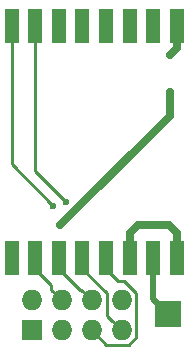
<source format=gbr>
G04 #@! TF.FileFunction,Copper,L2,Bot,Signal*
%FSLAX46Y46*%
G04 Gerber Fmt 4.6, Leading zero omitted, Abs format (unit mm)*
G04 Created by KiCad (PCBNEW 4.0.1-3.201512221401+6198~38~ubuntu15.10.1-stable) date søn 17 jan 2016 22:05:35 CET*
%MOMM*%
G01*
G04 APERTURE LIST*
%ADD10C,0.100000*%
%ADD11R,1.727200X1.727200*%
%ADD12O,1.727200X1.727200*%
%ADD13R,1.200000X3.000000*%
%ADD14R,2.235200X2.235200*%
%ADD15C,0.600000*%
%ADD16C,0.254000*%
%ADD17C,0.635000*%
%ADD18C,0.508000*%
G04 APERTURE END LIST*
D10*
D11*
X146558000Y-99060000D03*
D12*
X146558000Y-96520000D03*
X149098000Y-99060000D03*
X149098000Y-96520000D03*
X151638000Y-99060000D03*
X151638000Y-96520000D03*
X154178000Y-99060000D03*
X154178000Y-96520000D03*
D13*
X144857200Y-73264000D03*
X146857200Y-73264000D03*
X148857200Y-73264000D03*
X150857200Y-73264000D03*
X152857200Y-73264000D03*
X154857200Y-73264000D03*
X156857200Y-73264000D03*
X158857200Y-73264000D03*
X158857200Y-92964000D03*
X156857200Y-92964000D03*
X154857200Y-92964000D03*
X152857200Y-92964000D03*
X150857200Y-92964000D03*
X148857200Y-92964000D03*
X146857200Y-92964000D03*
X144857200Y-92964000D03*
D14*
X158089600Y-97637600D03*
D15*
X148386800Y-88493600D03*
X158242000Y-78892400D03*
X148996400Y-90119200D03*
X158242000Y-75742800D03*
X156921200Y-90119200D03*
X149453600Y-88188800D03*
D16*
X148386800Y-88493600D02*
X144857200Y-84964000D01*
X144857200Y-84964000D02*
X144857200Y-73264000D01*
D17*
X148996400Y-90119200D02*
X158242000Y-80873600D01*
X158242000Y-80873600D02*
X158242000Y-78892400D01*
X158857200Y-73264000D02*
X158857200Y-75127600D01*
X158857200Y-75127600D02*
X158242000Y-75742800D01*
X154857200Y-92964000D02*
X154857200Y-90829000D01*
X154857200Y-90829000D02*
X155567000Y-90119200D01*
X155567000Y-90119200D02*
X156496936Y-90119200D01*
X156496936Y-90119200D02*
X156921200Y-90119200D01*
X158147400Y-90119200D02*
X156921200Y-90119200D01*
X158857200Y-92964000D02*
X158857200Y-90829000D01*
X158857200Y-90829000D02*
X158147400Y-90119200D01*
D18*
X156857200Y-92964000D02*
X156857200Y-96405200D01*
X156857200Y-96405200D02*
X158089600Y-97637600D01*
D16*
X151638000Y-99060000D02*
X152882601Y-100304601D01*
X154345011Y-94845001D02*
X153838201Y-94845001D01*
X152882601Y-100304601D02*
X154775409Y-100304601D01*
X154775409Y-100304601D02*
X155422601Y-99657409D01*
X155422601Y-99657409D02*
X155422601Y-95922591D01*
X155422601Y-95922591D02*
X154345011Y-94845001D01*
X153838201Y-94845001D02*
X152857200Y-93864000D01*
X152857200Y-93864000D02*
X152857200Y-92964000D01*
X150857200Y-92964000D02*
X150857200Y-93864000D01*
X150857200Y-93864000D02*
X152933399Y-95940199D01*
X152933399Y-95940199D02*
X152933399Y-97815399D01*
X152933399Y-97815399D02*
X153314401Y-98196401D01*
X153314401Y-98196401D02*
X154178000Y-99060000D01*
X151638000Y-96520000D02*
X150774401Y-95656401D01*
X150774401Y-95656401D02*
X150649601Y-95656401D01*
X150649601Y-95656401D02*
X148857200Y-93864000D01*
X148857200Y-93864000D02*
X148857200Y-92964000D01*
X146857200Y-73264000D02*
X146857200Y-85592400D01*
X146857200Y-85592400D02*
X149453600Y-88188800D01*
X149098000Y-96520000D02*
X148234401Y-95656401D01*
X146857200Y-93864000D02*
X146857200Y-92964000D01*
X148234401Y-95656401D02*
X148234401Y-95241201D01*
X148234401Y-95241201D02*
X146857200Y-93864000D01*
M02*

</source>
